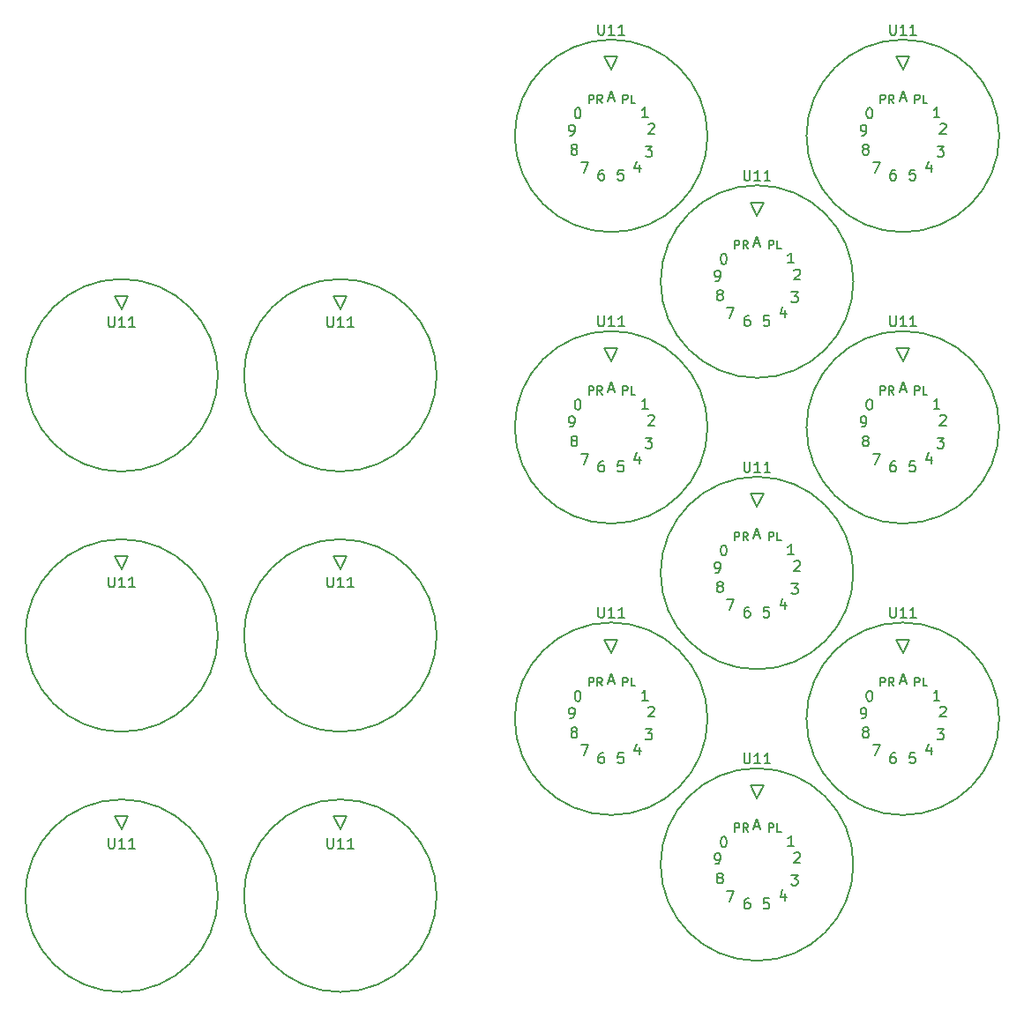
<source format=gbr>
G04 #@! TF.GenerationSoftware,KiCad,Pcbnew,(2018-01-14 revision 63e55e918)-makepkg*
G04 #@! TF.CreationDate,2018-02-22T22:40:35+00:00*
G04 #@! TF.ProjectId,Test nixie bearing,54657374206E69786965206265617269,rev?*
G04 #@! TF.SameCoordinates,Original*
G04 #@! TF.FileFunction,Legend,Top*
G04 #@! TF.FilePolarity,Positive*
%FSLAX46Y46*%
G04 Gerber Fmt 4.6, Leading zero omitted, Abs format (unit mm)*
G04 Created by KiCad (PCBNEW (2018-01-14 revision 63e55e918)-makepkg) date 02/22/18 22:40:35*
%MOMM*%
%LPD*%
G01*
G04 APERTURE LIST*
%ADD10C,0.150000*%
G04 APERTURE END LIST*
D10*
X73635000Y-123380000D02*
X72365000Y-123380000D01*
X73000000Y-124650000D02*
X73635000Y-123380000D01*
X72365000Y-123380000D02*
X73000000Y-124650000D01*
X82250000Y-131000000D02*
G75*
G03X82250000Y-131000000I-9250000J0D01*
G01*
X108250000Y-114000000D02*
G75*
G03X108250000Y-114000000I-9250000J0D01*
G01*
X98365000Y-106380000D02*
X99000000Y-107650000D01*
X99000000Y-107650000D02*
X99635000Y-106380000D01*
X99635000Y-106380000D02*
X98365000Y-106380000D01*
X122250000Y-128000000D02*
G75*
G03X122250000Y-128000000I-9250000J0D01*
G01*
X112365000Y-120380000D02*
X113000000Y-121650000D01*
X113000000Y-121650000D02*
X113635000Y-120380000D01*
X113635000Y-120380000D02*
X112365000Y-120380000D01*
X136250000Y-114000000D02*
G75*
G03X136250000Y-114000000I-9250000J0D01*
G01*
X126365000Y-106380000D02*
X127000000Y-107650000D01*
X127000000Y-107650000D02*
X127635000Y-106380000D01*
X127635000Y-106380000D02*
X126365000Y-106380000D01*
X61250000Y-131000000D02*
G75*
G03X61250000Y-131000000I-9250000J0D01*
G01*
X51365000Y-123380000D02*
X52000000Y-124650000D01*
X52000000Y-124650000D02*
X52635000Y-123380000D01*
X52635000Y-123380000D02*
X51365000Y-123380000D01*
X122250000Y-100000000D02*
G75*
G03X122250000Y-100000000I-9250000J0D01*
G01*
X112365000Y-92380000D02*
X113000000Y-93650000D01*
X113000000Y-93650000D02*
X113635000Y-92380000D01*
X113635000Y-92380000D02*
X112365000Y-92380000D01*
X136250000Y-86000000D02*
G75*
G03X136250000Y-86000000I-9250000J0D01*
G01*
X126365000Y-78380000D02*
X127000000Y-79650000D01*
X127000000Y-79650000D02*
X127635000Y-78380000D01*
X127635000Y-78380000D02*
X126365000Y-78380000D01*
X108250000Y-86000000D02*
G75*
G03X108250000Y-86000000I-9250000J0D01*
G01*
X98365000Y-78380000D02*
X99000000Y-79650000D01*
X99000000Y-79650000D02*
X99635000Y-78380000D01*
X99635000Y-78380000D02*
X98365000Y-78380000D01*
X122250000Y-72000000D02*
G75*
G03X122250000Y-72000000I-9250000J0D01*
G01*
X112365000Y-64380000D02*
X113000000Y-65650000D01*
X113000000Y-65650000D02*
X113635000Y-64380000D01*
X113635000Y-64380000D02*
X112365000Y-64380000D01*
X136250000Y-58000000D02*
G75*
G03X136250000Y-58000000I-9250000J0D01*
G01*
X126365000Y-50380000D02*
X127000000Y-51650000D01*
X127000000Y-51650000D02*
X127635000Y-50380000D01*
X127635000Y-50380000D02*
X126365000Y-50380000D01*
X108250000Y-58000000D02*
G75*
G03X108250000Y-58000000I-9250000J0D01*
G01*
X98365000Y-50380000D02*
X99000000Y-51650000D01*
X99000000Y-51650000D02*
X99635000Y-50380000D01*
X99635000Y-50380000D02*
X98365000Y-50380000D01*
X61250000Y-106000000D02*
G75*
G03X61250000Y-106000000I-9250000J0D01*
G01*
X51365000Y-98380000D02*
X52000000Y-99650000D01*
X52000000Y-99650000D02*
X52635000Y-98380000D01*
X52635000Y-98380000D02*
X51365000Y-98380000D01*
X82250000Y-106000000D02*
G75*
G03X82250000Y-106000000I-9250000J0D01*
G01*
X72365000Y-98380000D02*
X73000000Y-99650000D01*
X73000000Y-99650000D02*
X73635000Y-98380000D01*
X73635000Y-98380000D02*
X72365000Y-98380000D01*
X61250000Y-81000000D02*
G75*
G03X61250000Y-81000000I-9250000J0D01*
G01*
X51365000Y-73380000D02*
X52000000Y-74650000D01*
X52000000Y-74650000D02*
X52635000Y-73380000D01*
X52635000Y-73380000D02*
X51365000Y-73380000D01*
X82250000Y-81000000D02*
G75*
G03X82250000Y-81000000I-9250000J0D01*
G01*
X72365000Y-73380000D02*
X73000000Y-74650000D01*
X73000000Y-74650000D02*
X73635000Y-73380000D01*
X73635000Y-73380000D02*
X72365000Y-73380000D01*
X71761904Y-125452380D02*
X71761904Y-126261904D01*
X71809523Y-126357142D01*
X71857142Y-126404761D01*
X71952380Y-126452380D01*
X72142857Y-126452380D01*
X72238095Y-126404761D01*
X72285714Y-126357142D01*
X72333333Y-126261904D01*
X72333333Y-125452380D01*
X73333333Y-126452380D02*
X72761904Y-126452380D01*
X73047619Y-126452380D02*
X73047619Y-125452380D01*
X72952380Y-125595238D01*
X72857142Y-125690476D01*
X72761904Y-125738095D01*
X74285714Y-126452380D02*
X73714285Y-126452380D01*
X74000000Y-126452380D02*
X74000000Y-125452380D01*
X73904761Y-125595238D01*
X73809523Y-125690476D01*
X73714285Y-125738095D01*
X97761904Y-103292380D02*
X97761904Y-104101904D01*
X97809523Y-104197142D01*
X97857142Y-104244761D01*
X97952380Y-104292380D01*
X98142857Y-104292380D01*
X98238095Y-104244761D01*
X98285714Y-104197142D01*
X98333333Y-104101904D01*
X98333333Y-103292380D01*
X99333333Y-104292380D02*
X98761904Y-104292380D01*
X99047619Y-104292380D02*
X99047619Y-103292380D01*
X98952380Y-103435238D01*
X98857142Y-103530476D01*
X98761904Y-103578095D01*
X100285714Y-104292380D02*
X99714285Y-104292380D01*
X100000000Y-104292380D02*
X100000000Y-103292380D01*
X99904761Y-103435238D01*
X99809523Y-103530476D01*
X99714285Y-103578095D01*
X100143066Y-110856704D02*
X100143066Y-110056704D01*
X100447828Y-110056704D01*
X100524019Y-110094800D01*
X100562114Y-110132895D01*
X100600209Y-110209085D01*
X100600209Y-110323371D01*
X100562114Y-110399561D01*
X100524019Y-110437657D01*
X100447828Y-110475752D01*
X100143066Y-110475752D01*
X101324019Y-110856704D02*
X100943066Y-110856704D01*
X100943066Y-110056704D01*
X96866476Y-110856704D02*
X96866476Y-110056704D01*
X97171238Y-110056704D01*
X97247428Y-110094800D01*
X97285523Y-110132895D01*
X97323619Y-110209085D01*
X97323619Y-110323371D01*
X97285523Y-110399561D01*
X97247428Y-110437657D01*
X97171238Y-110475752D01*
X96866476Y-110475752D01*
X98123619Y-110856704D02*
X97856952Y-110475752D01*
X97666476Y-110856704D02*
X97666476Y-110056704D01*
X97971238Y-110056704D01*
X98047428Y-110094800D01*
X98085523Y-110132895D01*
X98123619Y-110209085D01*
X98123619Y-110323371D01*
X98085523Y-110399561D01*
X98047428Y-110437657D01*
X97971238Y-110475752D01*
X97666476Y-110475752D01*
X95751980Y-111318780D02*
X95847219Y-111318780D01*
X95942457Y-111366400D01*
X95990076Y-111414019D01*
X96037695Y-111509257D01*
X96085314Y-111699733D01*
X96085314Y-111937828D01*
X96037695Y-112128304D01*
X95990076Y-112223542D01*
X95942457Y-112271161D01*
X95847219Y-112318780D01*
X95751980Y-112318780D01*
X95656742Y-112271161D01*
X95609123Y-112223542D01*
X95561504Y-112128304D01*
X95513885Y-111937828D01*
X95513885Y-111699733D01*
X95561504Y-111509257D01*
X95609123Y-111414019D01*
X95656742Y-111366400D01*
X95751980Y-111318780D01*
X95024923Y-113944380D02*
X95215400Y-113944380D01*
X95310638Y-113896761D01*
X95358257Y-113849142D01*
X95453495Y-113706285D01*
X95501114Y-113515809D01*
X95501114Y-113134857D01*
X95453495Y-113039619D01*
X95405876Y-112992000D01*
X95310638Y-112944380D01*
X95120161Y-112944380D01*
X95024923Y-112992000D01*
X94977304Y-113039619D01*
X94929685Y-113134857D01*
X94929685Y-113372952D01*
X94977304Y-113468190D01*
X95024923Y-113515809D01*
X95120161Y-113563428D01*
X95310638Y-113563428D01*
X95405876Y-113515809D01*
X95453495Y-113468190D01*
X95501114Y-113372952D01*
X95348761Y-115252552D02*
X95253523Y-115204933D01*
X95205904Y-115157314D01*
X95158285Y-115062076D01*
X95158285Y-115014457D01*
X95205904Y-114919219D01*
X95253523Y-114871600D01*
X95348761Y-114823980D01*
X95539238Y-114823980D01*
X95634476Y-114871600D01*
X95682095Y-114919219D01*
X95729714Y-115014457D01*
X95729714Y-115062076D01*
X95682095Y-115157314D01*
X95634476Y-115204933D01*
X95539238Y-115252552D01*
X95348761Y-115252552D01*
X95253523Y-115300171D01*
X95205904Y-115347790D01*
X95158285Y-115443028D01*
X95158285Y-115633504D01*
X95205904Y-115728742D01*
X95253523Y-115776361D01*
X95348761Y-115823980D01*
X95539238Y-115823980D01*
X95634476Y-115776361D01*
X95682095Y-115728742D01*
X95729714Y-115633504D01*
X95729714Y-115443028D01*
X95682095Y-115347790D01*
X95634476Y-115300171D01*
X95539238Y-115252552D01*
X96126666Y-116525780D02*
X96793333Y-116525780D01*
X96364761Y-117525780D01*
X98250676Y-117262380D02*
X98060200Y-117262380D01*
X97964961Y-117310000D01*
X97917342Y-117357619D01*
X97822104Y-117500476D01*
X97774485Y-117690952D01*
X97774485Y-118071904D01*
X97822104Y-118167142D01*
X97869723Y-118214761D01*
X97964961Y-118262380D01*
X98155438Y-118262380D01*
X98250676Y-118214761D01*
X98298295Y-118167142D01*
X98345914Y-118071904D01*
X98345914Y-117833809D01*
X98298295Y-117738571D01*
X98250676Y-117690952D01*
X98155438Y-117643333D01*
X97964961Y-117643333D01*
X97869723Y-117690952D01*
X97822104Y-117738571D01*
X97774485Y-117833809D01*
X100152495Y-117262380D02*
X99676304Y-117262380D01*
X99628685Y-117738571D01*
X99676304Y-117690952D01*
X99771542Y-117643333D01*
X100009638Y-117643333D01*
X100104876Y-117690952D01*
X100152495Y-117738571D01*
X100200114Y-117833809D01*
X100200114Y-118071904D01*
X100152495Y-118167142D01*
X100104876Y-118214761D01*
X100009638Y-118262380D01*
X99771542Y-118262380D01*
X99676304Y-118214761D01*
X99628685Y-118167142D01*
X101705076Y-116782914D02*
X101705076Y-117449580D01*
X101466980Y-116401961D02*
X101228885Y-117116247D01*
X101847933Y-117116247D01*
X102298866Y-115001780D02*
X102917914Y-115001780D01*
X102584580Y-115382733D01*
X102727438Y-115382733D01*
X102822676Y-115430352D01*
X102870295Y-115477971D01*
X102917914Y-115573209D01*
X102917914Y-115811304D01*
X102870295Y-115906542D01*
X102822676Y-115954161D01*
X102727438Y-116001780D01*
X102441723Y-116001780D01*
X102346485Y-115954161D01*
X102298866Y-115906542D01*
X102575085Y-112912619D02*
X102622704Y-112865000D01*
X102717942Y-112817380D01*
X102956038Y-112817380D01*
X103051276Y-112865000D01*
X103098895Y-112912619D01*
X103146514Y-113007857D01*
X103146514Y-113103095D01*
X103098895Y-113245952D01*
X102527466Y-113817380D01*
X103146514Y-113817380D01*
X102536914Y-112217180D02*
X101965485Y-112217180D01*
X102251200Y-112217180D02*
X102251200Y-111217180D01*
X102155961Y-111360038D01*
X102060723Y-111455276D01*
X101965485Y-111502895D01*
X98761904Y-110356666D02*
X99238095Y-110356666D01*
X98666666Y-110642380D02*
X99000000Y-109642380D01*
X99333333Y-110642380D01*
X111761904Y-117292380D02*
X111761904Y-118101904D01*
X111809523Y-118197142D01*
X111857142Y-118244761D01*
X111952380Y-118292380D01*
X112142857Y-118292380D01*
X112238095Y-118244761D01*
X112285714Y-118197142D01*
X112333333Y-118101904D01*
X112333333Y-117292380D01*
X113333333Y-118292380D02*
X112761904Y-118292380D01*
X113047619Y-118292380D02*
X113047619Y-117292380D01*
X112952380Y-117435238D01*
X112857142Y-117530476D01*
X112761904Y-117578095D01*
X114285714Y-118292380D02*
X113714285Y-118292380D01*
X114000000Y-118292380D02*
X114000000Y-117292380D01*
X113904761Y-117435238D01*
X113809523Y-117530476D01*
X113714285Y-117578095D01*
X114143066Y-124856704D02*
X114143066Y-124056704D01*
X114447828Y-124056704D01*
X114524019Y-124094800D01*
X114562114Y-124132895D01*
X114600209Y-124209085D01*
X114600209Y-124323371D01*
X114562114Y-124399561D01*
X114524019Y-124437657D01*
X114447828Y-124475752D01*
X114143066Y-124475752D01*
X115324019Y-124856704D02*
X114943066Y-124856704D01*
X114943066Y-124056704D01*
X110866476Y-124856704D02*
X110866476Y-124056704D01*
X111171238Y-124056704D01*
X111247428Y-124094800D01*
X111285523Y-124132895D01*
X111323619Y-124209085D01*
X111323619Y-124323371D01*
X111285523Y-124399561D01*
X111247428Y-124437657D01*
X111171238Y-124475752D01*
X110866476Y-124475752D01*
X112123619Y-124856704D02*
X111856952Y-124475752D01*
X111666476Y-124856704D02*
X111666476Y-124056704D01*
X111971238Y-124056704D01*
X112047428Y-124094800D01*
X112085523Y-124132895D01*
X112123619Y-124209085D01*
X112123619Y-124323371D01*
X112085523Y-124399561D01*
X112047428Y-124437657D01*
X111971238Y-124475752D01*
X111666476Y-124475752D01*
X109751980Y-125318780D02*
X109847219Y-125318780D01*
X109942457Y-125366400D01*
X109990076Y-125414019D01*
X110037695Y-125509257D01*
X110085314Y-125699733D01*
X110085314Y-125937828D01*
X110037695Y-126128304D01*
X109990076Y-126223542D01*
X109942457Y-126271161D01*
X109847219Y-126318780D01*
X109751980Y-126318780D01*
X109656742Y-126271161D01*
X109609123Y-126223542D01*
X109561504Y-126128304D01*
X109513885Y-125937828D01*
X109513885Y-125699733D01*
X109561504Y-125509257D01*
X109609123Y-125414019D01*
X109656742Y-125366400D01*
X109751980Y-125318780D01*
X109024923Y-127944380D02*
X109215400Y-127944380D01*
X109310638Y-127896761D01*
X109358257Y-127849142D01*
X109453495Y-127706285D01*
X109501114Y-127515809D01*
X109501114Y-127134857D01*
X109453495Y-127039619D01*
X109405876Y-126992000D01*
X109310638Y-126944380D01*
X109120161Y-126944380D01*
X109024923Y-126992000D01*
X108977304Y-127039619D01*
X108929685Y-127134857D01*
X108929685Y-127372952D01*
X108977304Y-127468190D01*
X109024923Y-127515809D01*
X109120161Y-127563428D01*
X109310638Y-127563428D01*
X109405876Y-127515809D01*
X109453495Y-127468190D01*
X109501114Y-127372952D01*
X109348761Y-129252552D02*
X109253523Y-129204933D01*
X109205904Y-129157314D01*
X109158285Y-129062076D01*
X109158285Y-129014457D01*
X109205904Y-128919219D01*
X109253523Y-128871600D01*
X109348761Y-128823980D01*
X109539238Y-128823980D01*
X109634476Y-128871600D01*
X109682095Y-128919219D01*
X109729714Y-129014457D01*
X109729714Y-129062076D01*
X109682095Y-129157314D01*
X109634476Y-129204933D01*
X109539238Y-129252552D01*
X109348761Y-129252552D01*
X109253523Y-129300171D01*
X109205904Y-129347790D01*
X109158285Y-129443028D01*
X109158285Y-129633504D01*
X109205904Y-129728742D01*
X109253523Y-129776361D01*
X109348761Y-129823980D01*
X109539238Y-129823980D01*
X109634476Y-129776361D01*
X109682095Y-129728742D01*
X109729714Y-129633504D01*
X109729714Y-129443028D01*
X109682095Y-129347790D01*
X109634476Y-129300171D01*
X109539238Y-129252552D01*
X110126666Y-130525780D02*
X110793333Y-130525780D01*
X110364761Y-131525780D01*
X112250676Y-131262380D02*
X112060200Y-131262380D01*
X111964961Y-131310000D01*
X111917342Y-131357619D01*
X111822104Y-131500476D01*
X111774485Y-131690952D01*
X111774485Y-132071904D01*
X111822104Y-132167142D01*
X111869723Y-132214761D01*
X111964961Y-132262380D01*
X112155438Y-132262380D01*
X112250676Y-132214761D01*
X112298295Y-132167142D01*
X112345914Y-132071904D01*
X112345914Y-131833809D01*
X112298295Y-131738571D01*
X112250676Y-131690952D01*
X112155438Y-131643333D01*
X111964961Y-131643333D01*
X111869723Y-131690952D01*
X111822104Y-131738571D01*
X111774485Y-131833809D01*
X114152495Y-131262380D02*
X113676304Y-131262380D01*
X113628685Y-131738571D01*
X113676304Y-131690952D01*
X113771542Y-131643333D01*
X114009638Y-131643333D01*
X114104876Y-131690952D01*
X114152495Y-131738571D01*
X114200114Y-131833809D01*
X114200114Y-132071904D01*
X114152495Y-132167142D01*
X114104876Y-132214761D01*
X114009638Y-132262380D01*
X113771542Y-132262380D01*
X113676304Y-132214761D01*
X113628685Y-132167142D01*
X115705076Y-130782914D02*
X115705076Y-131449580D01*
X115466980Y-130401961D02*
X115228885Y-131116247D01*
X115847933Y-131116247D01*
X116298866Y-129001780D02*
X116917914Y-129001780D01*
X116584580Y-129382733D01*
X116727438Y-129382733D01*
X116822676Y-129430352D01*
X116870295Y-129477971D01*
X116917914Y-129573209D01*
X116917914Y-129811304D01*
X116870295Y-129906542D01*
X116822676Y-129954161D01*
X116727438Y-130001780D01*
X116441723Y-130001780D01*
X116346485Y-129954161D01*
X116298866Y-129906542D01*
X116575085Y-126912619D02*
X116622704Y-126865000D01*
X116717942Y-126817380D01*
X116956038Y-126817380D01*
X117051276Y-126865000D01*
X117098895Y-126912619D01*
X117146514Y-127007857D01*
X117146514Y-127103095D01*
X117098895Y-127245952D01*
X116527466Y-127817380D01*
X117146514Y-127817380D01*
X116536914Y-126217180D02*
X115965485Y-126217180D01*
X116251200Y-126217180D02*
X116251200Y-125217180D01*
X116155961Y-125360038D01*
X116060723Y-125455276D01*
X115965485Y-125502895D01*
X112761904Y-124356666D02*
X113238095Y-124356666D01*
X112666666Y-124642380D02*
X113000000Y-123642380D01*
X113333333Y-124642380D01*
X125761904Y-103292380D02*
X125761904Y-104101904D01*
X125809523Y-104197142D01*
X125857142Y-104244761D01*
X125952380Y-104292380D01*
X126142857Y-104292380D01*
X126238095Y-104244761D01*
X126285714Y-104197142D01*
X126333333Y-104101904D01*
X126333333Y-103292380D01*
X127333333Y-104292380D02*
X126761904Y-104292380D01*
X127047619Y-104292380D02*
X127047619Y-103292380D01*
X126952380Y-103435238D01*
X126857142Y-103530476D01*
X126761904Y-103578095D01*
X128285714Y-104292380D02*
X127714285Y-104292380D01*
X128000000Y-104292380D02*
X128000000Y-103292380D01*
X127904761Y-103435238D01*
X127809523Y-103530476D01*
X127714285Y-103578095D01*
X128143066Y-110856704D02*
X128143066Y-110056704D01*
X128447828Y-110056704D01*
X128524019Y-110094800D01*
X128562114Y-110132895D01*
X128600209Y-110209085D01*
X128600209Y-110323371D01*
X128562114Y-110399561D01*
X128524019Y-110437657D01*
X128447828Y-110475752D01*
X128143066Y-110475752D01*
X129324019Y-110856704D02*
X128943066Y-110856704D01*
X128943066Y-110056704D01*
X124866476Y-110856704D02*
X124866476Y-110056704D01*
X125171238Y-110056704D01*
X125247428Y-110094800D01*
X125285523Y-110132895D01*
X125323619Y-110209085D01*
X125323619Y-110323371D01*
X125285523Y-110399561D01*
X125247428Y-110437657D01*
X125171238Y-110475752D01*
X124866476Y-110475752D01*
X126123619Y-110856704D02*
X125856952Y-110475752D01*
X125666476Y-110856704D02*
X125666476Y-110056704D01*
X125971238Y-110056704D01*
X126047428Y-110094800D01*
X126085523Y-110132895D01*
X126123619Y-110209085D01*
X126123619Y-110323371D01*
X126085523Y-110399561D01*
X126047428Y-110437657D01*
X125971238Y-110475752D01*
X125666476Y-110475752D01*
X123751980Y-111318780D02*
X123847219Y-111318780D01*
X123942457Y-111366400D01*
X123990076Y-111414019D01*
X124037695Y-111509257D01*
X124085314Y-111699733D01*
X124085314Y-111937828D01*
X124037695Y-112128304D01*
X123990076Y-112223542D01*
X123942457Y-112271161D01*
X123847219Y-112318780D01*
X123751980Y-112318780D01*
X123656742Y-112271161D01*
X123609123Y-112223542D01*
X123561504Y-112128304D01*
X123513885Y-111937828D01*
X123513885Y-111699733D01*
X123561504Y-111509257D01*
X123609123Y-111414019D01*
X123656742Y-111366400D01*
X123751980Y-111318780D01*
X123024923Y-113944380D02*
X123215400Y-113944380D01*
X123310638Y-113896761D01*
X123358257Y-113849142D01*
X123453495Y-113706285D01*
X123501114Y-113515809D01*
X123501114Y-113134857D01*
X123453495Y-113039619D01*
X123405876Y-112992000D01*
X123310638Y-112944380D01*
X123120161Y-112944380D01*
X123024923Y-112992000D01*
X122977304Y-113039619D01*
X122929685Y-113134857D01*
X122929685Y-113372952D01*
X122977304Y-113468190D01*
X123024923Y-113515809D01*
X123120161Y-113563428D01*
X123310638Y-113563428D01*
X123405876Y-113515809D01*
X123453495Y-113468190D01*
X123501114Y-113372952D01*
X123348761Y-115252552D02*
X123253523Y-115204933D01*
X123205904Y-115157314D01*
X123158285Y-115062076D01*
X123158285Y-115014457D01*
X123205904Y-114919219D01*
X123253523Y-114871600D01*
X123348761Y-114823980D01*
X123539238Y-114823980D01*
X123634476Y-114871600D01*
X123682095Y-114919219D01*
X123729714Y-115014457D01*
X123729714Y-115062076D01*
X123682095Y-115157314D01*
X123634476Y-115204933D01*
X123539238Y-115252552D01*
X123348761Y-115252552D01*
X123253523Y-115300171D01*
X123205904Y-115347790D01*
X123158285Y-115443028D01*
X123158285Y-115633504D01*
X123205904Y-115728742D01*
X123253523Y-115776361D01*
X123348761Y-115823980D01*
X123539238Y-115823980D01*
X123634476Y-115776361D01*
X123682095Y-115728742D01*
X123729714Y-115633504D01*
X123729714Y-115443028D01*
X123682095Y-115347790D01*
X123634476Y-115300171D01*
X123539238Y-115252552D01*
X124126666Y-116525780D02*
X124793333Y-116525780D01*
X124364761Y-117525780D01*
X126250676Y-117262380D02*
X126060200Y-117262380D01*
X125964961Y-117310000D01*
X125917342Y-117357619D01*
X125822104Y-117500476D01*
X125774485Y-117690952D01*
X125774485Y-118071904D01*
X125822104Y-118167142D01*
X125869723Y-118214761D01*
X125964961Y-118262380D01*
X126155438Y-118262380D01*
X126250676Y-118214761D01*
X126298295Y-118167142D01*
X126345914Y-118071904D01*
X126345914Y-117833809D01*
X126298295Y-117738571D01*
X126250676Y-117690952D01*
X126155438Y-117643333D01*
X125964961Y-117643333D01*
X125869723Y-117690952D01*
X125822104Y-117738571D01*
X125774485Y-117833809D01*
X128152495Y-117262380D02*
X127676304Y-117262380D01*
X127628685Y-117738571D01*
X127676304Y-117690952D01*
X127771542Y-117643333D01*
X128009638Y-117643333D01*
X128104876Y-117690952D01*
X128152495Y-117738571D01*
X128200114Y-117833809D01*
X128200114Y-118071904D01*
X128152495Y-118167142D01*
X128104876Y-118214761D01*
X128009638Y-118262380D01*
X127771542Y-118262380D01*
X127676304Y-118214761D01*
X127628685Y-118167142D01*
X129705076Y-116782914D02*
X129705076Y-117449580D01*
X129466980Y-116401961D02*
X129228885Y-117116247D01*
X129847933Y-117116247D01*
X130298866Y-115001780D02*
X130917914Y-115001780D01*
X130584580Y-115382733D01*
X130727438Y-115382733D01*
X130822676Y-115430352D01*
X130870295Y-115477971D01*
X130917914Y-115573209D01*
X130917914Y-115811304D01*
X130870295Y-115906542D01*
X130822676Y-115954161D01*
X130727438Y-116001780D01*
X130441723Y-116001780D01*
X130346485Y-115954161D01*
X130298866Y-115906542D01*
X130575085Y-112912619D02*
X130622704Y-112865000D01*
X130717942Y-112817380D01*
X130956038Y-112817380D01*
X131051276Y-112865000D01*
X131098895Y-112912619D01*
X131146514Y-113007857D01*
X131146514Y-113103095D01*
X131098895Y-113245952D01*
X130527466Y-113817380D01*
X131146514Y-113817380D01*
X130536914Y-112217180D02*
X129965485Y-112217180D01*
X130251200Y-112217180D02*
X130251200Y-111217180D01*
X130155961Y-111360038D01*
X130060723Y-111455276D01*
X129965485Y-111502895D01*
X126761904Y-110356666D02*
X127238095Y-110356666D01*
X126666666Y-110642380D02*
X127000000Y-109642380D01*
X127333333Y-110642380D01*
X50761904Y-125452380D02*
X50761904Y-126261904D01*
X50809523Y-126357142D01*
X50857142Y-126404761D01*
X50952380Y-126452380D01*
X51142857Y-126452380D01*
X51238095Y-126404761D01*
X51285714Y-126357142D01*
X51333333Y-126261904D01*
X51333333Y-125452380D01*
X52333333Y-126452380D02*
X51761904Y-126452380D01*
X52047619Y-126452380D02*
X52047619Y-125452380D01*
X51952380Y-125595238D01*
X51857142Y-125690476D01*
X51761904Y-125738095D01*
X53285714Y-126452380D02*
X52714285Y-126452380D01*
X53000000Y-126452380D02*
X53000000Y-125452380D01*
X52904761Y-125595238D01*
X52809523Y-125690476D01*
X52714285Y-125738095D01*
X111761904Y-89292380D02*
X111761904Y-90101904D01*
X111809523Y-90197142D01*
X111857142Y-90244761D01*
X111952380Y-90292380D01*
X112142857Y-90292380D01*
X112238095Y-90244761D01*
X112285714Y-90197142D01*
X112333333Y-90101904D01*
X112333333Y-89292380D01*
X113333333Y-90292380D02*
X112761904Y-90292380D01*
X113047619Y-90292380D02*
X113047619Y-89292380D01*
X112952380Y-89435238D01*
X112857142Y-89530476D01*
X112761904Y-89578095D01*
X114285714Y-90292380D02*
X113714285Y-90292380D01*
X114000000Y-90292380D02*
X114000000Y-89292380D01*
X113904761Y-89435238D01*
X113809523Y-89530476D01*
X113714285Y-89578095D01*
X114143066Y-96856704D02*
X114143066Y-96056704D01*
X114447828Y-96056704D01*
X114524019Y-96094800D01*
X114562114Y-96132895D01*
X114600209Y-96209085D01*
X114600209Y-96323371D01*
X114562114Y-96399561D01*
X114524019Y-96437657D01*
X114447828Y-96475752D01*
X114143066Y-96475752D01*
X115324019Y-96856704D02*
X114943066Y-96856704D01*
X114943066Y-96056704D01*
X110866476Y-96856704D02*
X110866476Y-96056704D01*
X111171238Y-96056704D01*
X111247428Y-96094800D01*
X111285523Y-96132895D01*
X111323619Y-96209085D01*
X111323619Y-96323371D01*
X111285523Y-96399561D01*
X111247428Y-96437657D01*
X111171238Y-96475752D01*
X110866476Y-96475752D01*
X112123619Y-96856704D02*
X111856952Y-96475752D01*
X111666476Y-96856704D02*
X111666476Y-96056704D01*
X111971238Y-96056704D01*
X112047428Y-96094800D01*
X112085523Y-96132895D01*
X112123619Y-96209085D01*
X112123619Y-96323371D01*
X112085523Y-96399561D01*
X112047428Y-96437657D01*
X111971238Y-96475752D01*
X111666476Y-96475752D01*
X109751980Y-97318780D02*
X109847219Y-97318780D01*
X109942457Y-97366400D01*
X109990076Y-97414019D01*
X110037695Y-97509257D01*
X110085314Y-97699733D01*
X110085314Y-97937828D01*
X110037695Y-98128304D01*
X109990076Y-98223542D01*
X109942457Y-98271161D01*
X109847219Y-98318780D01*
X109751980Y-98318780D01*
X109656742Y-98271161D01*
X109609123Y-98223542D01*
X109561504Y-98128304D01*
X109513885Y-97937828D01*
X109513885Y-97699733D01*
X109561504Y-97509257D01*
X109609123Y-97414019D01*
X109656742Y-97366400D01*
X109751980Y-97318780D01*
X109024923Y-99944380D02*
X109215400Y-99944380D01*
X109310638Y-99896761D01*
X109358257Y-99849142D01*
X109453495Y-99706285D01*
X109501114Y-99515809D01*
X109501114Y-99134857D01*
X109453495Y-99039619D01*
X109405876Y-98992000D01*
X109310638Y-98944380D01*
X109120161Y-98944380D01*
X109024923Y-98992000D01*
X108977304Y-99039619D01*
X108929685Y-99134857D01*
X108929685Y-99372952D01*
X108977304Y-99468190D01*
X109024923Y-99515809D01*
X109120161Y-99563428D01*
X109310638Y-99563428D01*
X109405876Y-99515809D01*
X109453495Y-99468190D01*
X109501114Y-99372952D01*
X109348761Y-101252552D02*
X109253523Y-101204933D01*
X109205904Y-101157314D01*
X109158285Y-101062076D01*
X109158285Y-101014457D01*
X109205904Y-100919219D01*
X109253523Y-100871600D01*
X109348761Y-100823980D01*
X109539238Y-100823980D01*
X109634476Y-100871600D01*
X109682095Y-100919219D01*
X109729714Y-101014457D01*
X109729714Y-101062076D01*
X109682095Y-101157314D01*
X109634476Y-101204933D01*
X109539238Y-101252552D01*
X109348761Y-101252552D01*
X109253523Y-101300171D01*
X109205904Y-101347790D01*
X109158285Y-101443028D01*
X109158285Y-101633504D01*
X109205904Y-101728742D01*
X109253523Y-101776361D01*
X109348761Y-101823980D01*
X109539238Y-101823980D01*
X109634476Y-101776361D01*
X109682095Y-101728742D01*
X109729714Y-101633504D01*
X109729714Y-101443028D01*
X109682095Y-101347790D01*
X109634476Y-101300171D01*
X109539238Y-101252552D01*
X110126666Y-102525780D02*
X110793333Y-102525780D01*
X110364761Y-103525780D01*
X112250676Y-103262380D02*
X112060200Y-103262380D01*
X111964961Y-103310000D01*
X111917342Y-103357619D01*
X111822104Y-103500476D01*
X111774485Y-103690952D01*
X111774485Y-104071904D01*
X111822104Y-104167142D01*
X111869723Y-104214761D01*
X111964961Y-104262380D01*
X112155438Y-104262380D01*
X112250676Y-104214761D01*
X112298295Y-104167142D01*
X112345914Y-104071904D01*
X112345914Y-103833809D01*
X112298295Y-103738571D01*
X112250676Y-103690952D01*
X112155438Y-103643333D01*
X111964961Y-103643333D01*
X111869723Y-103690952D01*
X111822104Y-103738571D01*
X111774485Y-103833809D01*
X114152495Y-103262380D02*
X113676304Y-103262380D01*
X113628685Y-103738571D01*
X113676304Y-103690952D01*
X113771542Y-103643333D01*
X114009638Y-103643333D01*
X114104876Y-103690952D01*
X114152495Y-103738571D01*
X114200114Y-103833809D01*
X114200114Y-104071904D01*
X114152495Y-104167142D01*
X114104876Y-104214761D01*
X114009638Y-104262380D01*
X113771542Y-104262380D01*
X113676304Y-104214761D01*
X113628685Y-104167142D01*
X115705076Y-102782914D02*
X115705076Y-103449580D01*
X115466980Y-102401961D02*
X115228885Y-103116247D01*
X115847933Y-103116247D01*
X116298866Y-101001780D02*
X116917914Y-101001780D01*
X116584580Y-101382733D01*
X116727438Y-101382733D01*
X116822676Y-101430352D01*
X116870295Y-101477971D01*
X116917914Y-101573209D01*
X116917914Y-101811304D01*
X116870295Y-101906542D01*
X116822676Y-101954161D01*
X116727438Y-102001780D01*
X116441723Y-102001780D01*
X116346485Y-101954161D01*
X116298866Y-101906542D01*
X116575085Y-98912619D02*
X116622704Y-98865000D01*
X116717942Y-98817380D01*
X116956038Y-98817380D01*
X117051276Y-98865000D01*
X117098895Y-98912619D01*
X117146514Y-99007857D01*
X117146514Y-99103095D01*
X117098895Y-99245952D01*
X116527466Y-99817380D01*
X117146514Y-99817380D01*
X116536914Y-98217180D02*
X115965485Y-98217180D01*
X116251200Y-98217180D02*
X116251200Y-97217180D01*
X116155961Y-97360038D01*
X116060723Y-97455276D01*
X115965485Y-97502895D01*
X112761904Y-96356666D02*
X113238095Y-96356666D01*
X112666666Y-96642380D02*
X113000000Y-95642380D01*
X113333333Y-96642380D01*
X125761904Y-75292380D02*
X125761904Y-76101904D01*
X125809523Y-76197142D01*
X125857142Y-76244761D01*
X125952380Y-76292380D01*
X126142857Y-76292380D01*
X126238095Y-76244761D01*
X126285714Y-76197142D01*
X126333333Y-76101904D01*
X126333333Y-75292380D01*
X127333333Y-76292380D02*
X126761904Y-76292380D01*
X127047619Y-76292380D02*
X127047619Y-75292380D01*
X126952380Y-75435238D01*
X126857142Y-75530476D01*
X126761904Y-75578095D01*
X128285714Y-76292380D02*
X127714285Y-76292380D01*
X128000000Y-76292380D02*
X128000000Y-75292380D01*
X127904761Y-75435238D01*
X127809523Y-75530476D01*
X127714285Y-75578095D01*
X128143066Y-82856704D02*
X128143066Y-82056704D01*
X128447828Y-82056704D01*
X128524019Y-82094800D01*
X128562114Y-82132895D01*
X128600209Y-82209085D01*
X128600209Y-82323371D01*
X128562114Y-82399561D01*
X128524019Y-82437657D01*
X128447828Y-82475752D01*
X128143066Y-82475752D01*
X129324019Y-82856704D02*
X128943066Y-82856704D01*
X128943066Y-82056704D01*
X124866476Y-82856704D02*
X124866476Y-82056704D01*
X125171238Y-82056704D01*
X125247428Y-82094800D01*
X125285523Y-82132895D01*
X125323619Y-82209085D01*
X125323619Y-82323371D01*
X125285523Y-82399561D01*
X125247428Y-82437657D01*
X125171238Y-82475752D01*
X124866476Y-82475752D01*
X126123619Y-82856704D02*
X125856952Y-82475752D01*
X125666476Y-82856704D02*
X125666476Y-82056704D01*
X125971238Y-82056704D01*
X126047428Y-82094800D01*
X126085523Y-82132895D01*
X126123619Y-82209085D01*
X126123619Y-82323371D01*
X126085523Y-82399561D01*
X126047428Y-82437657D01*
X125971238Y-82475752D01*
X125666476Y-82475752D01*
X123751980Y-83318780D02*
X123847219Y-83318780D01*
X123942457Y-83366400D01*
X123990076Y-83414019D01*
X124037695Y-83509257D01*
X124085314Y-83699733D01*
X124085314Y-83937828D01*
X124037695Y-84128304D01*
X123990076Y-84223542D01*
X123942457Y-84271161D01*
X123847219Y-84318780D01*
X123751980Y-84318780D01*
X123656742Y-84271161D01*
X123609123Y-84223542D01*
X123561504Y-84128304D01*
X123513885Y-83937828D01*
X123513885Y-83699733D01*
X123561504Y-83509257D01*
X123609123Y-83414019D01*
X123656742Y-83366400D01*
X123751980Y-83318780D01*
X123024923Y-85944380D02*
X123215400Y-85944380D01*
X123310638Y-85896761D01*
X123358257Y-85849142D01*
X123453495Y-85706285D01*
X123501114Y-85515809D01*
X123501114Y-85134857D01*
X123453495Y-85039619D01*
X123405876Y-84992000D01*
X123310638Y-84944380D01*
X123120161Y-84944380D01*
X123024923Y-84992000D01*
X122977304Y-85039619D01*
X122929685Y-85134857D01*
X122929685Y-85372952D01*
X122977304Y-85468190D01*
X123024923Y-85515809D01*
X123120161Y-85563428D01*
X123310638Y-85563428D01*
X123405876Y-85515809D01*
X123453495Y-85468190D01*
X123501114Y-85372952D01*
X123348761Y-87252552D02*
X123253523Y-87204933D01*
X123205904Y-87157314D01*
X123158285Y-87062076D01*
X123158285Y-87014457D01*
X123205904Y-86919219D01*
X123253523Y-86871600D01*
X123348761Y-86823980D01*
X123539238Y-86823980D01*
X123634476Y-86871600D01*
X123682095Y-86919219D01*
X123729714Y-87014457D01*
X123729714Y-87062076D01*
X123682095Y-87157314D01*
X123634476Y-87204933D01*
X123539238Y-87252552D01*
X123348761Y-87252552D01*
X123253523Y-87300171D01*
X123205904Y-87347790D01*
X123158285Y-87443028D01*
X123158285Y-87633504D01*
X123205904Y-87728742D01*
X123253523Y-87776361D01*
X123348761Y-87823980D01*
X123539238Y-87823980D01*
X123634476Y-87776361D01*
X123682095Y-87728742D01*
X123729714Y-87633504D01*
X123729714Y-87443028D01*
X123682095Y-87347790D01*
X123634476Y-87300171D01*
X123539238Y-87252552D01*
X124126666Y-88525780D02*
X124793333Y-88525780D01*
X124364761Y-89525780D01*
X126250676Y-89262380D02*
X126060200Y-89262380D01*
X125964961Y-89310000D01*
X125917342Y-89357619D01*
X125822104Y-89500476D01*
X125774485Y-89690952D01*
X125774485Y-90071904D01*
X125822104Y-90167142D01*
X125869723Y-90214761D01*
X125964961Y-90262380D01*
X126155438Y-90262380D01*
X126250676Y-90214761D01*
X126298295Y-90167142D01*
X126345914Y-90071904D01*
X126345914Y-89833809D01*
X126298295Y-89738571D01*
X126250676Y-89690952D01*
X126155438Y-89643333D01*
X125964961Y-89643333D01*
X125869723Y-89690952D01*
X125822104Y-89738571D01*
X125774485Y-89833809D01*
X128152495Y-89262380D02*
X127676304Y-89262380D01*
X127628685Y-89738571D01*
X127676304Y-89690952D01*
X127771542Y-89643333D01*
X128009638Y-89643333D01*
X128104876Y-89690952D01*
X128152495Y-89738571D01*
X128200114Y-89833809D01*
X128200114Y-90071904D01*
X128152495Y-90167142D01*
X128104876Y-90214761D01*
X128009638Y-90262380D01*
X127771542Y-90262380D01*
X127676304Y-90214761D01*
X127628685Y-90167142D01*
X129705076Y-88782914D02*
X129705076Y-89449580D01*
X129466980Y-88401961D02*
X129228885Y-89116247D01*
X129847933Y-89116247D01*
X130298866Y-87001780D02*
X130917914Y-87001780D01*
X130584580Y-87382733D01*
X130727438Y-87382733D01*
X130822676Y-87430352D01*
X130870295Y-87477971D01*
X130917914Y-87573209D01*
X130917914Y-87811304D01*
X130870295Y-87906542D01*
X130822676Y-87954161D01*
X130727438Y-88001780D01*
X130441723Y-88001780D01*
X130346485Y-87954161D01*
X130298866Y-87906542D01*
X130575085Y-84912619D02*
X130622704Y-84865000D01*
X130717942Y-84817380D01*
X130956038Y-84817380D01*
X131051276Y-84865000D01*
X131098895Y-84912619D01*
X131146514Y-85007857D01*
X131146514Y-85103095D01*
X131098895Y-85245952D01*
X130527466Y-85817380D01*
X131146514Y-85817380D01*
X130536914Y-84217180D02*
X129965485Y-84217180D01*
X130251200Y-84217180D02*
X130251200Y-83217180D01*
X130155961Y-83360038D01*
X130060723Y-83455276D01*
X129965485Y-83502895D01*
X126761904Y-82356666D02*
X127238095Y-82356666D01*
X126666666Y-82642380D02*
X127000000Y-81642380D01*
X127333333Y-82642380D01*
X97761904Y-75292380D02*
X97761904Y-76101904D01*
X97809523Y-76197142D01*
X97857142Y-76244761D01*
X97952380Y-76292380D01*
X98142857Y-76292380D01*
X98238095Y-76244761D01*
X98285714Y-76197142D01*
X98333333Y-76101904D01*
X98333333Y-75292380D01*
X99333333Y-76292380D02*
X98761904Y-76292380D01*
X99047619Y-76292380D02*
X99047619Y-75292380D01*
X98952380Y-75435238D01*
X98857142Y-75530476D01*
X98761904Y-75578095D01*
X100285714Y-76292380D02*
X99714285Y-76292380D01*
X100000000Y-76292380D02*
X100000000Y-75292380D01*
X99904761Y-75435238D01*
X99809523Y-75530476D01*
X99714285Y-75578095D01*
X100143066Y-82856704D02*
X100143066Y-82056704D01*
X100447828Y-82056704D01*
X100524019Y-82094800D01*
X100562114Y-82132895D01*
X100600209Y-82209085D01*
X100600209Y-82323371D01*
X100562114Y-82399561D01*
X100524019Y-82437657D01*
X100447828Y-82475752D01*
X100143066Y-82475752D01*
X101324019Y-82856704D02*
X100943066Y-82856704D01*
X100943066Y-82056704D01*
X96866476Y-82856704D02*
X96866476Y-82056704D01*
X97171238Y-82056704D01*
X97247428Y-82094800D01*
X97285523Y-82132895D01*
X97323619Y-82209085D01*
X97323619Y-82323371D01*
X97285523Y-82399561D01*
X97247428Y-82437657D01*
X97171238Y-82475752D01*
X96866476Y-82475752D01*
X98123619Y-82856704D02*
X97856952Y-82475752D01*
X97666476Y-82856704D02*
X97666476Y-82056704D01*
X97971238Y-82056704D01*
X98047428Y-82094800D01*
X98085523Y-82132895D01*
X98123619Y-82209085D01*
X98123619Y-82323371D01*
X98085523Y-82399561D01*
X98047428Y-82437657D01*
X97971238Y-82475752D01*
X97666476Y-82475752D01*
X95751980Y-83318780D02*
X95847219Y-83318780D01*
X95942457Y-83366400D01*
X95990076Y-83414019D01*
X96037695Y-83509257D01*
X96085314Y-83699733D01*
X96085314Y-83937828D01*
X96037695Y-84128304D01*
X95990076Y-84223542D01*
X95942457Y-84271161D01*
X95847219Y-84318780D01*
X95751980Y-84318780D01*
X95656742Y-84271161D01*
X95609123Y-84223542D01*
X95561504Y-84128304D01*
X95513885Y-83937828D01*
X95513885Y-83699733D01*
X95561504Y-83509257D01*
X95609123Y-83414019D01*
X95656742Y-83366400D01*
X95751980Y-83318780D01*
X95024923Y-85944380D02*
X95215400Y-85944380D01*
X95310638Y-85896761D01*
X95358257Y-85849142D01*
X95453495Y-85706285D01*
X95501114Y-85515809D01*
X95501114Y-85134857D01*
X95453495Y-85039619D01*
X95405876Y-84992000D01*
X95310638Y-84944380D01*
X95120161Y-84944380D01*
X95024923Y-84992000D01*
X94977304Y-85039619D01*
X94929685Y-85134857D01*
X94929685Y-85372952D01*
X94977304Y-85468190D01*
X95024923Y-85515809D01*
X95120161Y-85563428D01*
X95310638Y-85563428D01*
X95405876Y-85515809D01*
X95453495Y-85468190D01*
X95501114Y-85372952D01*
X95348761Y-87252552D02*
X95253523Y-87204933D01*
X95205904Y-87157314D01*
X95158285Y-87062076D01*
X95158285Y-87014457D01*
X95205904Y-86919219D01*
X95253523Y-86871600D01*
X95348761Y-86823980D01*
X95539238Y-86823980D01*
X95634476Y-86871600D01*
X95682095Y-86919219D01*
X95729714Y-87014457D01*
X95729714Y-87062076D01*
X95682095Y-87157314D01*
X95634476Y-87204933D01*
X95539238Y-87252552D01*
X95348761Y-87252552D01*
X95253523Y-87300171D01*
X95205904Y-87347790D01*
X95158285Y-87443028D01*
X95158285Y-87633504D01*
X95205904Y-87728742D01*
X95253523Y-87776361D01*
X95348761Y-87823980D01*
X95539238Y-87823980D01*
X95634476Y-87776361D01*
X95682095Y-87728742D01*
X95729714Y-87633504D01*
X95729714Y-87443028D01*
X95682095Y-87347790D01*
X95634476Y-87300171D01*
X95539238Y-87252552D01*
X96126666Y-88525780D02*
X96793333Y-88525780D01*
X96364761Y-89525780D01*
X98250676Y-89262380D02*
X98060200Y-89262380D01*
X97964961Y-89310000D01*
X97917342Y-89357619D01*
X97822104Y-89500476D01*
X97774485Y-89690952D01*
X97774485Y-90071904D01*
X97822104Y-90167142D01*
X97869723Y-90214761D01*
X97964961Y-90262380D01*
X98155438Y-90262380D01*
X98250676Y-90214761D01*
X98298295Y-90167142D01*
X98345914Y-90071904D01*
X98345914Y-89833809D01*
X98298295Y-89738571D01*
X98250676Y-89690952D01*
X98155438Y-89643333D01*
X97964961Y-89643333D01*
X97869723Y-89690952D01*
X97822104Y-89738571D01*
X97774485Y-89833809D01*
X100152495Y-89262380D02*
X99676304Y-89262380D01*
X99628685Y-89738571D01*
X99676304Y-89690952D01*
X99771542Y-89643333D01*
X100009638Y-89643333D01*
X100104876Y-89690952D01*
X100152495Y-89738571D01*
X100200114Y-89833809D01*
X100200114Y-90071904D01*
X100152495Y-90167142D01*
X100104876Y-90214761D01*
X100009638Y-90262380D01*
X99771542Y-90262380D01*
X99676304Y-90214761D01*
X99628685Y-90167142D01*
X101705076Y-88782914D02*
X101705076Y-89449580D01*
X101466980Y-88401961D02*
X101228885Y-89116247D01*
X101847933Y-89116247D01*
X102298866Y-87001780D02*
X102917914Y-87001780D01*
X102584580Y-87382733D01*
X102727438Y-87382733D01*
X102822676Y-87430352D01*
X102870295Y-87477971D01*
X102917914Y-87573209D01*
X102917914Y-87811304D01*
X102870295Y-87906542D01*
X102822676Y-87954161D01*
X102727438Y-88001780D01*
X102441723Y-88001780D01*
X102346485Y-87954161D01*
X102298866Y-87906542D01*
X102575085Y-84912619D02*
X102622704Y-84865000D01*
X102717942Y-84817380D01*
X102956038Y-84817380D01*
X103051276Y-84865000D01*
X103098895Y-84912619D01*
X103146514Y-85007857D01*
X103146514Y-85103095D01*
X103098895Y-85245952D01*
X102527466Y-85817380D01*
X103146514Y-85817380D01*
X102536914Y-84217180D02*
X101965485Y-84217180D01*
X102251200Y-84217180D02*
X102251200Y-83217180D01*
X102155961Y-83360038D01*
X102060723Y-83455276D01*
X101965485Y-83502895D01*
X98761904Y-82356666D02*
X99238095Y-82356666D01*
X98666666Y-82642380D02*
X99000000Y-81642380D01*
X99333333Y-82642380D01*
X111761904Y-61292380D02*
X111761904Y-62101904D01*
X111809523Y-62197142D01*
X111857142Y-62244761D01*
X111952380Y-62292380D01*
X112142857Y-62292380D01*
X112238095Y-62244761D01*
X112285714Y-62197142D01*
X112333333Y-62101904D01*
X112333333Y-61292380D01*
X113333333Y-62292380D02*
X112761904Y-62292380D01*
X113047619Y-62292380D02*
X113047619Y-61292380D01*
X112952380Y-61435238D01*
X112857142Y-61530476D01*
X112761904Y-61578095D01*
X114285714Y-62292380D02*
X113714285Y-62292380D01*
X114000000Y-62292380D02*
X114000000Y-61292380D01*
X113904761Y-61435238D01*
X113809523Y-61530476D01*
X113714285Y-61578095D01*
X114143066Y-68856704D02*
X114143066Y-68056704D01*
X114447828Y-68056704D01*
X114524019Y-68094800D01*
X114562114Y-68132895D01*
X114600209Y-68209085D01*
X114600209Y-68323371D01*
X114562114Y-68399561D01*
X114524019Y-68437657D01*
X114447828Y-68475752D01*
X114143066Y-68475752D01*
X115324019Y-68856704D02*
X114943066Y-68856704D01*
X114943066Y-68056704D01*
X110866476Y-68856704D02*
X110866476Y-68056704D01*
X111171238Y-68056704D01*
X111247428Y-68094800D01*
X111285523Y-68132895D01*
X111323619Y-68209085D01*
X111323619Y-68323371D01*
X111285523Y-68399561D01*
X111247428Y-68437657D01*
X111171238Y-68475752D01*
X110866476Y-68475752D01*
X112123619Y-68856704D02*
X111856952Y-68475752D01*
X111666476Y-68856704D02*
X111666476Y-68056704D01*
X111971238Y-68056704D01*
X112047428Y-68094800D01*
X112085523Y-68132895D01*
X112123619Y-68209085D01*
X112123619Y-68323371D01*
X112085523Y-68399561D01*
X112047428Y-68437657D01*
X111971238Y-68475752D01*
X111666476Y-68475752D01*
X109751980Y-69318780D02*
X109847219Y-69318780D01*
X109942457Y-69366400D01*
X109990076Y-69414019D01*
X110037695Y-69509257D01*
X110085314Y-69699733D01*
X110085314Y-69937828D01*
X110037695Y-70128304D01*
X109990076Y-70223542D01*
X109942457Y-70271161D01*
X109847219Y-70318780D01*
X109751980Y-70318780D01*
X109656742Y-70271161D01*
X109609123Y-70223542D01*
X109561504Y-70128304D01*
X109513885Y-69937828D01*
X109513885Y-69699733D01*
X109561504Y-69509257D01*
X109609123Y-69414019D01*
X109656742Y-69366400D01*
X109751980Y-69318780D01*
X109024923Y-71944380D02*
X109215400Y-71944380D01*
X109310638Y-71896761D01*
X109358257Y-71849142D01*
X109453495Y-71706285D01*
X109501114Y-71515809D01*
X109501114Y-71134857D01*
X109453495Y-71039619D01*
X109405876Y-70992000D01*
X109310638Y-70944380D01*
X109120161Y-70944380D01*
X109024923Y-70992000D01*
X108977304Y-71039619D01*
X108929685Y-71134857D01*
X108929685Y-71372952D01*
X108977304Y-71468190D01*
X109024923Y-71515809D01*
X109120161Y-71563428D01*
X109310638Y-71563428D01*
X109405876Y-71515809D01*
X109453495Y-71468190D01*
X109501114Y-71372952D01*
X109348761Y-73252552D02*
X109253523Y-73204933D01*
X109205904Y-73157314D01*
X109158285Y-73062076D01*
X109158285Y-73014457D01*
X109205904Y-72919219D01*
X109253523Y-72871600D01*
X109348761Y-72823980D01*
X109539238Y-72823980D01*
X109634476Y-72871600D01*
X109682095Y-72919219D01*
X109729714Y-73014457D01*
X109729714Y-73062076D01*
X109682095Y-73157314D01*
X109634476Y-73204933D01*
X109539238Y-73252552D01*
X109348761Y-73252552D01*
X109253523Y-73300171D01*
X109205904Y-73347790D01*
X109158285Y-73443028D01*
X109158285Y-73633504D01*
X109205904Y-73728742D01*
X109253523Y-73776361D01*
X109348761Y-73823980D01*
X109539238Y-73823980D01*
X109634476Y-73776361D01*
X109682095Y-73728742D01*
X109729714Y-73633504D01*
X109729714Y-73443028D01*
X109682095Y-73347790D01*
X109634476Y-73300171D01*
X109539238Y-73252552D01*
X110126666Y-74525780D02*
X110793333Y-74525780D01*
X110364761Y-75525780D01*
X112250676Y-75262380D02*
X112060200Y-75262380D01*
X111964961Y-75310000D01*
X111917342Y-75357619D01*
X111822104Y-75500476D01*
X111774485Y-75690952D01*
X111774485Y-76071904D01*
X111822104Y-76167142D01*
X111869723Y-76214761D01*
X111964961Y-76262380D01*
X112155438Y-76262380D01*
X112250676Y-76214761D01*
X112298295Y-76167142D01*
X112345914Y-76071904D01*
X112345914Y-75833809D01*
X112298295Y-75738571D01*
X112250676Y-75690952D01*
X112155438Y-75643333D01*
X111964961Y-75643333D01*
X111869723Y-75690952D01*
X111822104Y-75738571D01*
X111774485Y-75833809D01*
X114152495Y-75262380D02*
X113676304Y-75262380D01*
X113628685Y-75738571D01*
X113676304Y-75690952D01*
X113771542Y-75643333D01*
X114009638Y-75643333D01*
X114104876Y-75690952D01*
X114152495Y-75738571D01*
X114200114Y-75833809D01*
X114200114Y-76071904D01*
X114152495Y-76167142D01*
X114104876Y-76214761D01*
X114009638Y-76262380D01*
X113771542Y-76262380D01*
X113676304Y-76214761D01*
X113628685Y-76167142D01*
X115705076Y-74782914D02*
X115705076Y-75449580D01*
X115466980Y-74401961D02*
X115228885Y-75116247D01*
X115847933Y-75116247D01*
X116298866Y-73001780D02*
X116917914Y-73001780D01*
X116584580Y-73382733D01*
X116727438Y-73382733D01*
X116822676Y-73430352D01*
X116870295Y-73477971D01*
X116917914Y-73573209D01*
X116917914Y-73811304D01*
X116870295Y-73906542D01*
X116822676Y-73954161D01*
X116727438Y-74001780D01*
X116441723Y-74001780D01*
X116346485Y-73954161D01*
X116298866Y-73906542D01*
X116575085Y-70912619D02*
X116622704Y-70865000D01*
X116717942Y-70817380D01*
X116956038Y-70817380D01*
X117051276Y-70865000D01*
X117098895Y-70912619D01*
X117146514Y-71007857D01*
X117146514Y-71103095D01*
X117098895Y-71245952D01*
X116527466Y-71817380D01*
X117146514Y-71817380D01*
X116536914Y-70217180D02*
X115965485Y-70217180D01*
X116251200Y-70217180D02*
X116251200Y-69217180D01*
X116155961Y-69360038D01*
X116060723Y-69455276D01*
X115965485Y-69502895D01*
X112761904Y-68356666D02*
X113238095Y-68356666D01*
X112666666Y-68642380D02*
X113000000Y-67642380D01*
X113333333Y-68642380D01*
X125761904Y-47292380D02*
X125761904Y-48101904D01*
X125809523Y-48197142D01*
X125857142Y-48244761D01*
X125952380Y-48292380D01*
X126142857Y-48292380D01*
X126238095Y-48244761D01*
X126285714Y-48197142D01*
X126333333Y-48101904D01*
X126333333Y-47292380D01*
X127333333Y-48292380D02*
X126761904Y-48292380D01*
X127047619Y-48292380D02*
X127047619Y-47292380D01*
X126952380Y-47435238D01*
X126857142Y-47530476D01*
X126761904Y-47578095D01*
X128285714Y-48292380D02*
X127714285Y-48292380D01*
X128000000Y-48292380D02*
X128000000Y-47292380D01*
X127904761Y-47435238D01*
X127809523Y-47530476D01*
X127714285Y-47578095D01*
X128143066Y-54856704D02*
X128143066Y-54056704D01*
X128447828Y-54056704D01*
X128524019Y-54094800D01*
X128562114Y-54132895D01*
X128600209Y-54209085D01*
X128600209Y-54323371D01*
X128562114Y-54399561D01*
X128524019Y-54437657D01*
X128447828Y-54475752D01*
X128143066Y-54475752D01*
X129324019Y-54856704D02*
X128943066Y-54856704D01*
X128943066Y-54056704D01*
X124866476Y-54856704D02*
X124866476Y-54056704D01*
X125171238Y-54056704D01*
X125247428Y-54094800D01*
X125285523Y-54132895D01*
X125323619Y-54209085D01*
X125323619Y-54323371D01*
X125285523Y-54399561D01*
X125247428Y-54437657D01*
X125171238Y-54475752D01*
X124866476Y-54475752D01*
X126123619Y-54856704D02*
X125856952Y-54475752D01*
X125666476Y-54856704D02*
X125666476Y-54056704D01*
X125971238Y-54056704D01*
X126047428Y-54094800D01*
X126085523Y-54132895D01*
X126123619Y-54209085D01*
X126123619Y-54323371D01*
X126085523Y-54399561D01*
X126047428Y-54437657D01*
X125971238Y-54475752D01*
X125666476Y-54475752D01*
X123751980Y-55318780D02*
X123847219Y-55318780D01*
X123942457Y-55366400D01*
X123990076Y-55414019D01*
X124037695Y-55509257D01*
X124085314Y-55699733D01*
X124085314Y-55937828D01*
X124037695Y-56128304D01*
X123990076Y-56223542D01*
X123942457Y-56271161D01*
X123847219Y-56318780D01*
X123751980Y-56318780D01*
X123656742Y-56271161D01*
X123609123Y-56223542D01*
X123561504Y-56128304D01*
X123513885Y-55937828D01*
X123513885Y-55699733D01*
X123561504Y-55509257D01*
X123609123Y-55414019D01*
X123656742Y-55366400D01*
X123751980Y-55318780D01*
X123024923Y-57944380D02*
X123215400Y-57944380D01*
X123310638Y-57896761D01*
X123358257Y-57849142D01*
X123453495Y-57706285D01*
X123501114Y-57515809D01*
X123501114Y-57134857D01*
X123453495Y-57039619D01*
X123405876Y-56992000D01*
X123310638Y-56944380D01*
X123120161Y-56944380D01*
X123024923Y-56992000D01*
X122977304Y-57039619D01*
X122929685Y-57134857D01*
X122929685Y-57372952D01*
X122977304Y-57468190D01*
X123024923Y-57515809D01*
X123120161Y-57563428D01*
X123310638Y-57563428D01*
X123405876Y-57515809D01*
X123453495Y-57468190D01*
X123501114Y-57372952D01*
X123348761Y-59252552D02*
X123253523Y-59204933D01*
X123205904Y-59157314D01*
X123158285Y-59062076D01*
X123158285Y-59014457D01*
X123205904Y-58919219D01*
X123253523Y-58871600D01*
X123348761Y-58823980D01*
X123539238Y-58823980D01*
X123634476Y-58871600D01*
X123682095Y-58919219D01*
X123729714Y-59014457D01*
X123729714Y-59062076D01*
X123682095Y-59157314D01*
X123634476Y-59204933D01*
X123539238Y-59252552D01*
X123348761Y-59252552D01*
X123253523Y-59300171D01*
X123205904Y-59347790D01*
X123158285Y-59443028D01*
X123158285Y-59633504D01*
X123205904Y-59728742D01*
X123253523Y-59776361D01*
X123348761Y-59823980D01*
X123539238Y-59823980D01*
X123634476Y-59776361D01*
X123682095Y-59728742D01*
X123729714Y-59633504D01*
X123729714Y-59443028D01*
X123682095Y-59347790D01*
X123634476Y-59300171D01*
X123539238Y-59252552D01*
X124126666Y-60525780D02*
X124793333Y-60525780D01*
X124364761Y-61525780D01*
X126250676Y-61262380D02*
X126060200Y-61262380D01*
X125964961Y-61310000D01*
X125917342Y-61357619D01*
X125822104Y-61500476D01*
X125774485Y-61690952D01*
X125774485Y-62071904D01*
X125822104Y-62167142D01*
X125869723Y-62214761D01*
X125964961Y-62262380D01*
X126155438Y-62262380D01*
X126250676Y-62214761D01*
X126298295Y-62167142D01*
X126345914Y-62071904D01*
X126345914Y-61833809D01*
X126298295Y-61738571D01*
X126250676Y-61690952D01*
X126155438Y-61643333D01*
X125964961Y-61643333D01*
X125869723Y-61690952D01*
X125822104Y-61738571D01*
X125774485Y-61833809D01*
X128152495Y-61262380D02*
X127676304Y-61262380D01*
X127628685Y-61738571D01*
X127676304Y-61690952D01*
X127771542Y-61643333D01*
X128009638Y-61643333D01*
X128104876Y-61690952D01*
X128152495Y-61738571D01*
X128200114Y-61833809D01*
X128200114Y-62071904D01*
X128152495Y-62167142D01*
X128104876Y-62214761D01*
X128009638Y-62262380D01*
X127771542Y-62262380D01*
X127676304Y-62214761D01*
X127628685Y-62167142D01*
X129705076Y-60782914D02*
X129705076Y-61449580D01*
X129466980Y-60401961D02*
X129228885Y-61116247D01*
X129847933Y-61116247D01*
X130298866Y-59001780D02*
X130917914Y-59001780D01*
X130584580Y-59382733D01*
X130727438Y-59382733D01*
X130822676Y-59430352D01*
X130870295Y-59477971D01*
X130917914Y-59573209D01*
X130917914Y-59811304D01*
X130870295Y-59906542D01*
X130822676Y-59954161D01*
X130727438Y-60001780D01*
X130441723Y-60001780D01*
X130346485Y-59954161D01*
X130298866Y-59906542D01*
X130575085Y-56912619D02*
X130622704Y-56865000D01*
X130717942Y-56817380D01*
X130956038Y-56817380D01*
X131051276Y-56865000D01*
X131098895Y-56912619D01*
X131146514Y-57007857D01*
X131146514Y-57103095D01*
X131098895Y-57245952D01*
X130527466Y-57817380D01*
X131146514Y-57817380D01*
X130536914Y-56217180D02*
X129965485Y-56217180D01*
X130251200Y-56217180D02*
X130251200Y-55217180D01*
X130155961Y-55360038D01*
X130060723Y-55455276D01*
X129965485Y-55502895D01*
X126761904Y-54356666D02*
X127238095Y-54356666D01*
X126666666Y-54642380D02*
X127000000Y-53642380D01*
X127333333Y-54642380D01*
X97761904Y-47292380D02*
X97761904Y-48101904D01*
X97809523Y-48197142D01*
X97857142Y-48244761D01*
X97952380Y-48292380D01*
X98142857Y-48292380D01*
X98238095Y-48244761D01*
X98285714Y-48197142D01*
X98333333Y-48101904D01*
X98333333Y-47292380D01*
X99333333Y-48292380D02*
X98761904Y-48292380D01*
X99047619Y-48292380D02*
X99047619Y-47292380D01*
X98952380Y-47435238D01*
X98857142Y-47530476D01*
X98761904Y-47578095D01*
X100285714Y-48292380D02*
X99714285Y-48292380D01*
X100000000Y-48292380D02*
X100000000Y-47292380D01*
X99904761Y-47435238D01*
X99809523Y-47530476D01*
X99714285Y-47578095D01*
X100143066Y-54856704D02*
X100143066Y-54056704D01*
X100447828Y-54056704D01*
X100524019Y-54094800D01*
X100562114Y-54132895D01*
X100600209Y-54209085D01*
X100600209Y-54323371D01*
X100562114Y-54399561D01*
X100524019Y-54437657D01*
X100447828Y-54475752D01*
X100143066Y-54475752D01*
X101324019Y-54856704D02*
X100943066Y-54856704D01*
X100943066Y-54056704D01*
X96866476Y-54856704D02*
X96866476Y-54056704D01*
X97171238Y-54056704D01*
X97247428Y-54094800D01*
X97285523Y-54132895D01*
X97323619Y-54209085D01*
X97323619Y-54323371D01*
X97285523Y-54399561D01*
X97247428Y-54437657D01*
X97171238Y-54475752D01*
X96866476Y-54475752D01*
X98123619Y-54856704D02*
X97856952Y-54475752D01*
X97666476Y-54856704D02*
X97666476Y-54056704D01*
X97971238Y-54056704D01*
X98047428Y-54094800D01*
X98085523Y-54132895D01*
X98123619Y-54209085D01*
X98123619Y-54323371D01*
X98085523Y-54399561D01*
X98047428Y-54437657D01*
X97971238Y-54475752D01*
X97666476Y-54475752D01*
X95751980Y-55318780D02*
X95847219Y-55318780D01*
X95942457Y-55366400D01*
X95990076Y-55414019D01*
X96037695Y-55509257D01*
X96085314Y-55699733D01*
X96085314Y-55937828D01*
X96037695Y-56128304D01*
X95990076Y-56223542D01*
X95942457Y-56271161D01*
X95847219Y-56318780D01*
X95751980Y-56318780D01*
X95656742Y-56271161D01*
X95609123Y-56223542D01*
X95561504Y-56128304D01*
X95513885Y-55937828D01*
X95513885Y-55699733D01*
X95561504Y-55509257D01*
X95609123Y-55414019D01*
X95656742Y-55366400D01*
X95751980Y-55318780D01*
X95024923Y-57944380D02*
X95215400Y-57944380D01*
X95310638Y-57896761D01*
X95358257Y-57849142D01*
X95453495Y-57706285D01*
X95501114Y-57515809D01*
X95501114Y-57134857D01*
X95453495Y-57039619D01*
X95405876Y-56992000D01*
X95310638Y-56944380D01*
X95120161Y-56944380D01*
X95024923Y-56992000D01*
X94977304Y-57039619D01*
X94929685Y-57134857D01*
X94929685Y-57372952D01*
X94977304Y-57468190D01*
X95024923Y-57515809D01*
X95120161Y-57563428D01*
X95310638Y-57563428D01*
X95405876Y-57515809D01*
X95453495Y-57468190D01*
X95501114Y-57372952D01*
X95348761Y-59252552D02*
X95253523Y-59204933D01*
X95205904Y-59157314D01*
X95158285Y-59062076D01*
X95158285Y-59014457D01*
X95205904Y-58919219D01*
X95253523Y-58871600D01*
X95348761Y-58823980D01*
X95539238Y-58823980D01*
X95634476Y-58871600D01*
X95682095Y-58919219D01*
X95729714Y-59014457D01*
X95729714Y-59062076D01*
X95682095Y-59157314D01*
X95634476Y-59204933D01*
X95539238Y-59252552D01*
X95348761Y-59252552D01*
X95253523Y-59300171D01*
X95205904Y-59347790D01*
X95158285Y-59443028D01*
X95158285Y-59633504D01*
X95205904Y-59728742D01*
X95253523Y-59776361D01*
X95348761Y-59823980D01*
X95539238Y-59823980D01*
X95634476Y-59776361D01*
X95682095Y-59728742D01*
X95729714Y-59633504D01*
X95729714Y-59443028D01*
X95682095Y-59347790D01*
X95634476Y-59300171D01*
X95539238Y-59252552D01*
X96126666Y-60525780D02*
X96793333Y-60525780D01*
X96364761Y-61525780D01*
X98250676Y-61262380D02*
X98060200Y-61262380D01*
X97964961Y-61310000D01*
X97917342Y-61357619D01*
X97822104Y-61500476D01*
X97774485Y-61690952D01*
X97774485Y-62071904D01*
X97822104Y-62167142D01*
X97869723Y-62214761D01*
X97964961Y-62262380D01*
X98155438Y-62262380D01*
X98250676Y-62214761D01*
X98298295Y-62167142D01*
X98345914Y-62071904D01*
X98345914Y-61833809D01*
X98298295Y-61738571D01*
X98250676Y-61690952D01*
X98155438Y-61643333D01*
X97964961Y-61643333D01*
X97869723Y-61690952D01*
X97822104Y-61738571D01*
X97774485Y-61833809D01*
X100152495Y-61262380D02*
X99676304Y-61262380D01*
X99628685Y-61738571D01*
X99676304Y-61690952D01*
X99771542Y-61643333D01*
X100009638Y-61643333D01*
X100104876Y-61690952D01*
X100152495Y-61738571D01*
X100200114Y-61833809D01*
X100200114Y-62071904D01*
X100152495Y-62167142D01*
X100104876Y-62214761D01*
X100009638Y-62262380D01*
X99771542Y-62262380D01*
X99676304Y-62214761D01*
X99628685Y-62167142D01*
X101705076Y-60782914D02*
X101705076Y-61449580D01*
X101466980Y-60401961D02*
X101228885Y-61116247D01*
X101847933Y-61116247D01*
X102298866Y-59001780D02*
X102917914Y-59001780D01*
X102584580Y-59382733D01*
X102727438Y-59382733D01*
X102822676Y-59430352D01*
X102870295Y-59477971D01*
X102917914Y-59573209D01*
X102917914Y-59811304D01*
X102870295Y-59906542D01*
X102822676Y-59954161D01*
X102727438Y-60001780D01*
X102441723Y-60001780D01*
X102346485Y-59954161D01*
X102298866Y-59906542D01*
X102575085Y-56912619D02*
X102622704Y-56865000D01*
X102717942Y-56817380D01*
X102956038Y-56817380D01*
X103051276Y-56865000D01*
X103098895Y-56912619D01*
X103146514Y-57007857D01*
X103146514Y-57103095D01*
X103098895Y-57245952D01*
X102527466Y-57817380D01*
X103146514Y-57817380D01*
X102536914Y-56217180D02*
X101965485Y-56217180D01*
X102251200Y-56217180D02*
X102251200Y-55217180D01*
X102155961Y-55360038D01*
X102060723Y-55455276D01*
X101965485Y-55502895D01*
X98761904Y-54356666D02*
X99238095Y-54356666D01*
X98666666Y-54642380D02*
X99000000Y-53642380D01*
X99333333Y-54642380D01*
X50761904Y-100372380D02*
X50761904Y-101181904D01*
X50809523Y-101277142D01*
X50857142Y-101324761D01*
X50952380Y-101372380D01*
X51142857Y-101372380D01*
X51238095Y-101324761D01*
X51285714Y-101277142D01*
X51333333Y-101181904D01*
X51333333Y-100372380D01*
X52333333Y-101372380D02*
X51761904Y-101372380D01*
X52047619Y-101372380D02*
X52047619Y-100372380D01*
X51952380Y-100515238D01*
X51857142Y-100610476D01*
X51761904Y-100658095D01*
X53285714Y-101372380D02*
X52714285Y-101372380D01*
X53000000Y-101372380D02*
X53000000Y-100372380D01*
X52904761Y-100515238D01*
X52809523Y-100610476D01*
X52714285Y-100658095D01*
X71761904Y-100372380D02*
X71761904Y-101181904D01*
X71809523Y-101277142D01*
X71857142Y-101324761D01*
X71952380Y-101372380D01*
X72142857Y-101372380D01*
X72238095Y-101324761D01*
X72285714Y-101277142D01*
X72333333Y-101181904D01*
X72333333Y-100372380D01*
X73333333Y-101372380D02*
X72761904Y-101372380D01*
X73047619Y-101372380D02*
X73047619Y-100372380D01*
X72952380Y-100515238D01*
X72857142Y-100610476D01*
X72761904Y-100658095D01*
X74285714Y-101372380D02*
X73714285Y-101372380D01*
X74000000Y-101372380D02*
X74000000Y-100372380D01*
X73904761Y-100515238D01*
X73809523Y-100610476D01*
X73714285Y-100658095D01*
X50761904Y-75372380D02*
X50761904Y-76181904D01*
X50809523Y-76277142D01*
X50857142Y-76324761D01*
X50952380Y-76372380D01*
X51142857Y-76372380D01*
X51238095Y-76324761D01*
X51285714Y-76277142D01*
X51333333Y-76181904D01*
X51333333Y-75372380D01*
X52333333Y-76372380D02*
X51761904Y-76372380D01*
X52047619Y-76372380D02*
X52047619Y-75372380D01*
X51952380Y-75515238D01*
X51857142Y-75610476D01*
X51761904Y-75658095D01*
X53285714Y-76372380D02*
X52714285Y-76372380D01*
X53000000Y-76372380D02*
X53000000Y-75372380D01*
X52904761Y-75515238D01*
X52809523Y-75610476D01*
X52714285Y-75658095D01*
X71761904Y-75372380D02*
X71761904Y-76181904D01*
X71809523Y-76277142D01*
X71857142Y-76324761D01*
X71952380Y-76372380D01*
X72142857Y-76372380D01*
X72238095Y-76324761D01*
X72285714Y-76277142D01*
X72333333Y-76181904D01*
X72333333Y-75372380D01*
X73333333Y-76372380D02*
X72761904Y-76372380D01*
X73047619Y-76372380D02*
X73047619Y-75372380D01*
X72952380Y-75515238D01*
X72857142Y-75610476D01*
X72761904Y-75658095D01*
X74285714Y-76372380D02*
X73714285Y-76372380D01*
X74000000Y-76372380D02*
X74000000Y-75372380D01*
X73904761Y-75515238D01*
X73809523Y-75610476D01*
X73714285Y-75658095D01*
M02*

</source>
